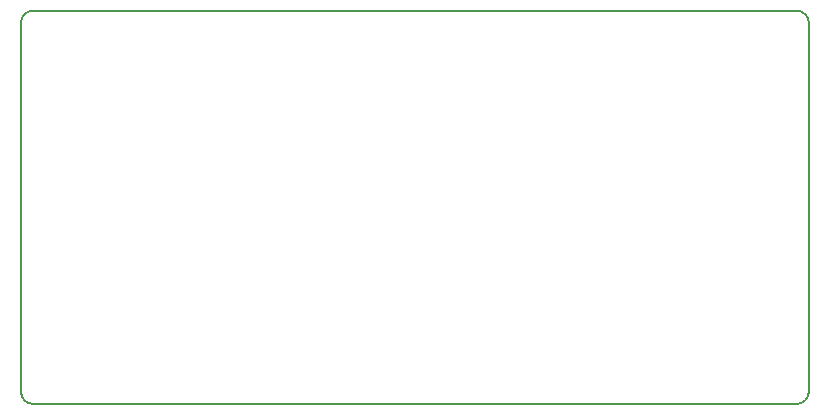
<source format=gm1>
G04 #@! TF.GenerationSoftware,KiCad,Pcbnew,(6.0.2-0)*
G04 #@! TF.CreationDate,2024-10-15T18:59:16-04:00*
G04 #@! TF.ProjectId,Common Circuits,436f6d6d-6f6e-4204-9369-726375697473,rev?*
G04 #@! TF.SameCoordinates,Original*
G04 #@! TF.FileFunction,Profile,NP*
%FSLAX46Y46*%
G04 Gerber Fmt 4.6, Leading zero omitted, Abs format (unit mm)*
G04 Created by KiCad (PCBNEW (6.0.2-0)) date 2024-10-15 18:59:16*
%MOMM*%
%LPD*%
G01*
G04 APERTURE LIST*
G04 #@! TA.AperFunction,Profile*
%ADD10C,0.200000*%
G04 #@! TD*
G04 APERTURE END LIST*
D10*
X159999999Y-61000000D02*
G75*
G03*
X158950000Y-60000000I-1032030J-32382D01*
G01*
X159000000Y-93300000D02*
G75*
G03*
X160000000Y-92350000I-32498J1035524D01*
G01*
X93300000Y-61050000D02*
X93300000Y-92300000D01*
X158950000Y-60000000D02*
X94300000Y-60000000D01*
X94350000Y-93300000D02*
X159000000Y-93300000D01*
X160000000Y-92350000D02*
X160000000Y-61000000D01*
X93300001Y-92300000D02*
G75*
G03*
X94350000Y-93300000I1032030J32382D01*
G01*
X94300000Y-60000001D02*
G75*
G03*
X93300000Y-61050000I32382J-1032030D01*
G01*
M02*

</source>
